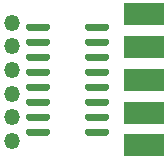
<source format=gbr>
%TF.GenerationSoftware,KiCad,Pcbnew,(5.1.9)-1*%
%TF.CreationDate,2022-11-25T11:31:52-06:00*%
%TF.ProjectId,adapter,61646170-7465-4722-9e6b-696361645f70,rev?*%
%TF.SameCoordinates,Original*%
%TF.FileFunction,Soldermask,Top*%
%TF.FilePolarity,Negative*%
%FSLAX46Y46*%
G04 Gerber Fmt 4.6, Leading zero omitted, Abs format (unit mm)*
G04 Created by KiCad (PCBNEW (5.1.9)-1) date 2022-11-25 11:31:52*
%MOMM*%
%LPD*%
G01*
G04 APERTURE LIST*
%ADD10O,1.350000X1.350000*%
%ADD11R,3.480000X1.846667*%
G04 APERTURE END LIST*
D10*
%TO.C,J1*%
X131191000Y-90424000D03*
X131191000Y-92424000D03*
X131191000Y-94424000D03*
X131191000Y-96424000D03*
X131191000Y-98424000D03*
X131191000Y-100424000D03*
%TD*%
D11*
%TO.C,P1*%
X142367000Y-89710000D03*
X142367000Y-92480000D03*
X142367000Y-95250000D03*
X142367000Y-98020000D03*
X142367000Y-100790000D03*
%TD*%
%TO.C,U1*%
G36*
G01*
X139390000Y-99545000D02*
X139390000Y-99845000D01*
G75*
G02*
X139240000Y-99995000I-150000J0D01*
G01*
X137540000Y-99995000D01*
G75*
G02*
X137390000Y-99845000I0J150000D01*
G01*
X137390000Y-99545000D01*
G75*
G02*
X137540000Y-99395000I150000J0D01*
G01*
X139240000Y-99395000D01*
G75*
G02*
X139390000Y-99545000I0J-150000D01*
G01*
G37*
G36*
G01*
X139390000Y-98275000D02*
X139390000Y-98575000D01*
G75*
G02*
X139240000Y-98725000I-150000J0D01*
G01*
X137540000Y-98725000D01*
G75*
G02*
X137390000Y-98575000I0J150000D01*
G01*
X137390000Y-98275000D01*
G75*
G02*
X137540000Y-98125000I150000J0D01*
G01*
X139240000Y-98125000D01*
G75*
G02*
X139390000Y-98275000I0J-150000D01*
G01*
G37*
G36*
G01*
X139390000Y-97005000D02*
X139390000Y-97305000D01*
G75*
G02*
X139240000Y-97455000I-150000J0D01*
G01*
X137540000Y-97455000D01*
G75*
G02*
X137390000Y-97305000I0J150000D01*
G01*
X137390000Y-97005000D01*
G75*
G02*
X137540000Y-96855000I150000J0D01*
G01*
X139240000Y-96855000D01*
G75*
G02*
X139390000Y-97005000I0J-150000D01*
G01*
G37*
G36*
G01*
X139390000Y-95735000D02*
X139390000Y-96035000D01*
G75*
G02*
X139240000Y-96185000I-150000J0D01*
G01*
X137540000Y-96185000D01*
G75*
G02*
X137390000Y-96035000I0J150000D01*
G01*
X137390000Y-95735000D01*
G75*
G02*
X137540000Y-95585000I150000J0D01*
G01*
X139240000Y-95585000D01*
G75*
G02*
X139390000Y-95735000I0J-150000D01*
G01*
G37*
G36*
G01*
X139390000Y-94465000D02*
X139390000Y-94765000D01*
G75*
G02*
X139240000Y-94915000I-150000J0D01*
G01*
X137540000Y-94915000D01*
G75*
G02*
X137390000Y-94765000I0J150000D01*
G01*
X137390000Y-94465000D01*
G75*
G02*
X137540000Y-94315000I150000J0D01*
G01*
X139240000Y-94315000D01*
G75*
G02*
X139390000Y-94465000I0J-150000D01*
G01*
G37*
G36*
G01*
X139390000Y-93195000D02*
X139390000Y-93495000D01*
G75*
G02*
X139240000Y-93645000I-150000J0D01*
G01*
X137540000Y-93645000D01*
G75*
G02*
X137390000Y-93495000I0J150000D01*
G01*
X137390000Y-93195000D01*
G75*
G02*
X137540000Y-93045000I150000J0D01*
G01*
X139240000Y-93045000D01*
G75*
G02*
X139390000Y-93195000I0J-150000D01*
G01*
G37*
G36*
G01*
X139390000Y-91925000D02*
X139390000Y-92225000D01*
G75*
G02*
X139240000Y-92375000I-150000J0D01*
G01*
X137540000Y-92375000D01*
G75*
G02*
X137390000Y-92225000I0J150000D01*
G01*
X137390000Y-91925000D01*
G75*
G02*
X137540000Y-91775000I150000J0D01*
G01*
X139240000Y-91775000D01*
G75*
G02*
X139390000Y-91925000I0J-150000D01*
G01*
G37*
G36*
G01*
X139390000Y-90655000D02*
X139390000Y-90955000D01*
G75*
G02*
X139240000Y-91105000I-150000J0D01*
G01*
X137540000Y-91105000D01*
G75*
G02*
X137390000Y-90955000I0J150000D01*
G01*
X137390000Y-90655000D01*
G75*
G02*
X137540000Y-90505000I150000J0D01*
G01*
X139240000Y-90505000D01*
G75*
G02*
X139390000Y-90655000I0J-150000D01*
G01*
G37*
G36*
G01*
X134390000Y-90655000D02*
X134390000Y-90955000D01*
G75*
G02*
X134240000Y-91105000I-150000J0D01*
G01*
X132540000Y-91105000D01*
G75*
G02*
X132390000Y-90955000I0J150000D01*
G01*
X132390000Y-90655000D01*
G75*
G02*
X132540000Y-90505000I150000J0D01*
G01*
X134240000Y-90505000D01*
G75*
G02*
X134390000Y-90655000I0J-150000D01*
G01*
G37*
G36*
G01*
X134390000Y-91925000D02*
X134390000Y-92225000D01*
G75*
G02*
X134240000Y-92375000I-150000J0D01*
G01*
X132540000Y-92375000D01*
G75*
G02*
X132390000Y-92225000I0J150000D01*
G01*
X132390000Y-91925000D01*
G75*
G02*
X132540000Y-91775000I150000J0D01*
G01*
X134240000Y-91775000D01*
G75*
G02*
X134390000Y-91925000I0J-150000D01*
G01*
G37*
G36*
G01*
X134390000Y-93195000D02*
X134390000Y-93495000D01*
G75*
G02*
X134240000Y-93645000I-150000J0D01*
G01*
X132540000Y-93645000D01*
G75*
G02*
X132390000Y-93495000I0J150000D01*
G01*
X132390000Y-93195000D01*
G75*
G02*
X132540000Y-93045000I150000J0D01*
G01*
X134240000Y-93045000D01*
G75*
G02*
X134390000Y-93195000I0J-150000D01*
G01*
G37*
G36*
G01*
X134390000Y-94465000D02*
X134390000Y-94765000D01*
G75*
G02*
X134240000Y-94915000I-150000J0D01*
G01*
X132540000Y-94915000D01*
G75*
G02*
X132390000Y-94765000I0J150000D01*
G01*
X132390000Y-94465000D01*
G75*
G02*
X132540000Y-94315000I150000J0D01*
G01*
X134240000Y-94315000D01*
G75*
G02*
X134390000Y-94465000I0J-150000D01*
G01*
G37*
G36*
G01*
X134390000Y-95735000D02*
X134390000Y-96035000D01*
G75*
G02*
X134240000Y-96185000I-150000J0D01*
G01*
X132540000Y-96185000D01*
G75*
G02*
X132390000Y-96035000I0J150000D01*
G01*
X132390000Y-95735000D01*
G75*
G02*
X132540000Y-95585000I150000J0D01*
G01*
X134240000Y-95585000D01*
G75*
G02*
X134390000Y-95735000I0J-150000D01*
G01*
G37*
G36*
G01*
X134390000Y-97005000D02*
X134390000Y-97305000D01*
G75*
G02*
X134240000Y-97455000I-150000J0D01*
G01*
X132540000Y-97455000D01*
G75*
G02*
X132390000Y-97305000I0J150000D01*
G01*
X132390000Y-97005000D01*
G75*
G02*
X132540000Y-96855000I150000J0D01*
G01*
X134240000Y-96855000D01*
G75*
G02*
X134390000Y-97005000I0J-150000D01*
G01*
G37*
G36*
G01*
X134390000Y-98275000D02*
X134390000Y-98575000D01*
G75*
G02*
X134240000Y-98725000I-150000J0D01*
G01*
X132540000Y-98725000D01*
G75*
G02*
X132390000Y-98575000I0J150000D01*
G01*
X132390000Y-98275000D01*
G75*
G02*
X132540000Y-98125000I150000J0D01*
G01*
X134240000Y-98125000D01*
G75*
G02*
X134390000Y-98275000I0J-150000D01*
G01*
G37*
G36*
G01*
X134390000Y-99545000D02*
X134390000Y-99845000D01*
G75*
G02*
X134240000Y-99995000I-150000J0D01*
G01*
X132540000Y-99995000D01*
G75*
G02*
X132390000Y-99845000I0J150000D01*
G01*
X132390000Y-99545000D01*
G75*
G02*
X132540000Y-99395000I150000J0D01*
G01*
X134240000Y-99395000D01*
G75*
G02*
X134390000Y-99545000I0J-150000D01*
G01*
G37*
%TD*%
M02*

</source>
